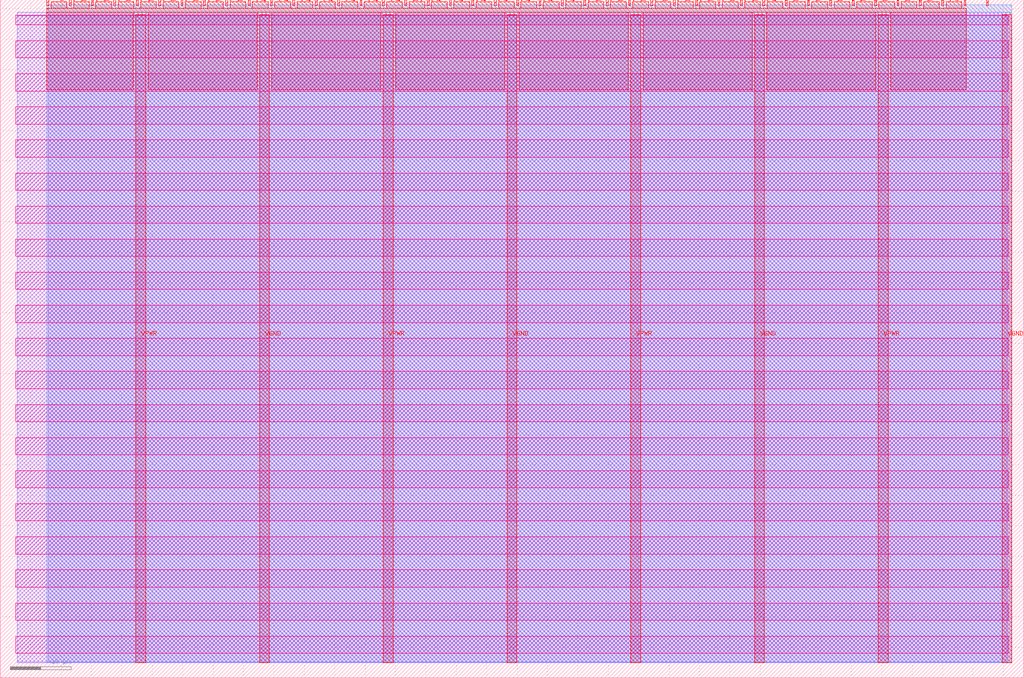
<source format=lef>
VERSION 5.7 ;
  NOWIREEXTENSIONATPIN ON ;
  DIVIDERCHAR "/" ;
  BUSBITCHARS "[]" ;
MACRO tt_um_fm_transmitter
  CLASS BLOCK ;
  FOREIGN tt_um_fm_transmitter ;
  ORIGIN 0.000 0.000 ;
  SIZE 168.360 BY 111.520 ;
  PIN VGND
    DIRECTION INOUT ;
    USE GROUND ;
    PORT
      LAYER met4 ;
        RECT 42.670 2.480 44.270 109.040 ;
    END
    PORT
      LAYER met4 ;
        RECT 83.380 2.480 84.980 109.040 ;
    END
    PORT
      LAYER met4 ;
        RECT 124.090 2.480 125.690 109.040 ;
    END
    PORT
      LAYER met4 ;
        RECT 164.800 2.480 166.400 109.040 ;
    END
  END VGND
  PIN VPWR
    DIRECTION INOUT ;
    USE POWER ;
    PORT
      LAYER met4 ;
        RECT 22.315 2.480 23.915 109.040 ;
    END
    PORT
      LAYER met4 ;
        RECT 63.025 2.480 64.625 109.040 ;
    END
    PORT
      LAYER met4 ;
        RECT 103.735 2.480 105.335 109.040 ;
    END
    PORT
      LAYER met4 ;
        RECT 144.445 2.480 146.045 109.040 ;
    END
  END VPWR
  PIN clk
    DIRECTION INPUT ;
    USE SIGNAL ;
    ANTENNAGATEAREA 0.852000 ;
    PORT
      LAYER met4 ;
        RECT 158.550 110.520 158.850 111.520 ;
    END
  END clk
  PIN ena
    DIRECTION INPUT ;
    USE SIGNAL ;
    PORT
      LAYER met4 ;
        RECT 162.230 110.520 162.530 111.520 ;
    END
  END ena
  PIN rst_n
    DIRECTION INPUT ;
    USE SIGNAL ;
    PORT
      LAYER met4 ;
        RECT 154.870 110.520 155.170 111.520 ;
    END
  END rst_n
  PIN ui_in[0]
    DIRECTION INPUT ;
    USE SIGNAL ;
    ANTENNAGATEAREA 0.196500 ;
    PORT
      LAYER met4 ;
        RECT 151.190 110.520 151.490 111.520 ;
    END
  END ui_in[0]
  PIN ui_in[1]
    DIRECTION INPUT ;
    USE SIGNAL ;
    ANTENNAGATEAREA 0.196500 ;
    PORT
      LAYER met4 ;
        RECT 147.510 110.520 147.810 111.520 ;
    END
  END ui_in[1]
  PIN ui_in[2]
    DIRECTION INPUT ;
    USE SIGNAL ;
    ANTENNAGATEAREA 0.196500 ;
    PORT
      LAYER met4 ;
        RECT 143.830 110.520 144.130 111.520 ;
    END
  END ui_in[2]
  PIN ui_in[3]
    DIRECTION INPUT ;
    USE SIGNAL ;
    ANTENNAGATEAREA 0.213000 ;
    PORT
      LAYER met4 ;
        RECT 140.150 110.520 140.450 111.520 ;
    END
  END ui_in[3]
  PIN ui_in[4]
    DIRECTION INPUT ;
    USE SIGNAL ;
    PORT
      LAYER met4 ;
        RECT 136.470 110.520 136.770 111.520 ;
    END
  END ui_in[4]
  PIN ui_in[5]
    DIRECTION INPUT ;
    USE SIGNAL ;
    PORT
      LAYER met4 ;
        RECT 132.790 110.520 133.090 111.520 ;
    END
  END ui_in[5]
  PIN ui_in[6]
    DIRECTION INPUT ;
    USE SIGNAL ;
    PORT
      LAYER met4 ;
        RECT 129.110 110.520 129.410 111.520 ;
    END
  END ui_in[6]
  PIN ui_in[7]
    DIRECTION INPUT ;
    USE SIGNAL ;
    PORT
      LAYER met4 ;
        RECT 125.430 110.520 125.730 111.520 ;
    END
  END ui_in[7]
  PIN uio_in[0]
    DIRECTION INPUT ;
    USE SIGNAL ;
    ANTENNAGATEAREA 0.196500 ;
    PORT
      LAYER met4 ;
        RECT 121.750 110.520 122.050 111.520 ;
    END
  END uio_in[0]
  PIN uio_in[1]
    DIRECTION INPUT ;
    USE SIGNAL ;
    ANTENNAGATEAREA 0.196500 ;
    PORT
      LAYER met4 ;
        RECT 118.070 110.520 118.370 111.520 ;
    END
  END uio_in[1]
  PIN uio_in[2]
    DIRECTION INPUT ;
    USE SIGNAL ;
    ANTENNAGATEAREA 0.196500 ;
    PORT
      LAYER met4 ;
        RECT 114.390 110.520 114.690 111.520 ;
    END
  END uio_in[2]
  PIN uio_in[3]
    DIRECTION INPUT ;
    USE SIGNAL ;
    ANTENNAGATEAREA 0.196500 ;
    PORT
      LAYER met4 ;
        RECT 110.710 110.520 111.010 111.520 ;
    END
  END uio_in[3]
  PIN uio_in[4]
    DIRECTION INPUT ;
    USE SIGNAL ;
    ANTENNAGATEAREA 0.196500 ;
    PORT
      LAYER met4 ;
        RECT 107.030 110.520 107.330 111.520 ;
    END
  END uio_in[4]
  PIN uio_in[5]
    DIRECTION INPUT ;
    USE SIGNAL ;
    ANTENNAGATEAREA 0.196500 ;
    PORT
      LAYER met4 ;
        RECT 103.350 110.520 103.650 111.520 ;
    END
  END uio_in[5]
  PIN uio_in[6]
    DIRECTION INPUT ;
    USE SIGNAL ;
    ANTENNAGATEAREA 0.196500 ;
    PORT
      LAYER met4 ;
        RECT 99.670 110.520 99.970 111.520 ;
    END
  END uio_in[6]
  PIN uio_in[7]
    DIRECTION INPUT ;
    USE SIGNAL ;
    ANTENNAGATEAREA 0.196500 ;
    PORT
      LAYER met4 ;
        RECT 95.990 110.520 96.290 111.520 ;
    END
  END uio_in[7]
  PIN uio_oe[0]
    DIRECTION OUTPUT TRISTATE ;
    USE SIGNAL ;
    PORT
      LAYER met4 ;
        RECT 33.430 110.520 33.730 111.520 ;
    END
  END uio_oe[0]
  PIN uio_oe[1]
    DIRECTION OUTPUT TRISTATE ;
    USE SIGNAL ;
    PORT
      LAYER met4 ;
        RECT 29.750 110.520 30.050 111.520 ;
    END
  END uio_oe[1]
  PIN uio_oe[2]
    DIRECTION OUTPUT TRISTATE ;
    USE SIGNAL ;
    PORT
      LAYER met4 ;
        RECT 26.070 110.520 26.370 111.520 ;
    END
  END uio_oe[2]
  PIN uio_oe[3]
    DIRECTION OUTPUT TRISTATE ;
    USE SIGNAL ;
    PORT
      LAYER met4 ;
        RECT 22.390 110.520 22.690 111.520 ;
    END
  END uio_oe[3]
  PIN uio_oe[4]
    DIRECTION OUTPUT TRISTATE ;
    USE SIGNAL ;
    PORT
      LAYER met4 ;
        RECT 18.710 110.520 19.010 111.520 ;
    END
  END uio_oe[4]
  PIN uio_oe[5]
    DIRECTION OUTPUT TRISTATE ;
    USE SIGNAL ;
    PORT
      LAYER met4 ;
        RECT 15.030 110.520 15.330 111.520 ;
    END
  END uio_oe[5]
  PIN uio_oe[6]
    DIRECTION OUTPUT TRISTATE ;
    USE SIGNAL ;
    PORT
      LAYER met4 ;
        RECT 11.350 110.520 11.650 111.520 ;
    END
  END uio_oe[6]
  PIN uio_oe[7]
    DIRECTION OUTPUT TRISTATE ;
    USE SIGNAL ;
    PORT
      LAYER met4 ;
        RECT 7.670 110.520 7.970 111.520 ;
    END
  END uio_oe[7]
  PIN uio_out[0]
    DIRECTION OUTPUT TRISTATE ;
    USE SIGNAL ;
    PORT
      LAYER met4 ;
        RECT 62.870 110.520 63.170 111.520 ;
    END
  END uio_out[0]
  PIN uio_out[1]
    DIRECTION OUTPUT TRISTATE ;
    USE SIGNAL ;
    PORT
      LAYER met4 ;
        RECT 59.190 110.520 59.490 111.520 ;
    END
  END uio_out[1]
  PIN uio_out[2]
    DIRECTION OUTPUT TRISTATE ;
    USE SIGNAL ;
    PORT
      LAYER met4 ;
        RECT 55.510 110.520 55.810 111.520 ;
    END
  END uio_out[2]
  PIN uio_out[3]
    DIRECTION OUTPUT TRISTATE ;
    USE SIGNAL ;
    PORT
      LAYER met4 ;
        RECT 51.830 110.520 52.130 111.520 ;
    END
  END uio_out[3]
  PIN uio_out[4]
    DIRECTION OUTPUT TRISTATE ;
    USE SIGNAL ;
    PORT
      LAYER met4 ;
        RECT 48.150 110.520 48.450 111.520 ;
    END
  END uio_out[4]
  PIN uio_out[5]
    DIRECTION OUTPUT TRISTATE ;
    USE SIGNAL ;
    PORT
      LAYER met4 ;
        RECT 44.470 110.520 44.770 111.520 ;
    END
  END uio_out[5]
  PIN uio_out[6]
    DIRECTION OUTPUT TRISTATE ;
    USE SIGNAL ;
    PORT
      LAYER met4 ;
        RECT 40.790 110.520 41.090 111.520 ;
    END
  END uio_out[6]
  PIN uio_out[7]
    DIRECTION OUTPUT TRISTATE ;
    USE SIGNAL ;
    PORT
      LAYER met4 ;
        RECT 37.110 110.520 37.410 111.520 ;
    END
  END uio_out[7]
  PIN uo_out[0]
    DIRECTION OUTPUT TRISTATE ;
    USE SIGNAL ;
    ANTENNADIFFAREA 0.795200 ;
    PORT
      LAYER met4 ;
        RECT 92.310 110.520 92.610 111.520 ;
    END
  END uo_out[0]
  PIN uo_out[1]
    DIRECTION OUTPUT TRISTATE ;
    USE SIGNAL ;
    ANTENNADIFFAREA 0.795200 ;
    PORT
      LAYER met4 ;
        RECT 88.630 110.520 88.930 111.520 ;
    END
  END uo_out[1]
  PIN uo_out[2]
    DIRECTION OUTPUT TRISTATE ;
    USE SIGNAL ;
    ANTENNADIFFAREA 0.795200 ;
    PORT
      LAYER met4 ;
        RECT 84.950 110.520 85.250 111.520 ;
    END
  END uo_out[2]
  PIN uo_out[3]
    DIRECTION OUTPUT TRISTATE ;
    USE SIGNAL ;
    ANTENNADIFFAREA 0.795200 ;
    PORT
      LAYER met4 ;
        RECT 81.270 110.520 81.570 111.520 ;
    END
  END uo_out[3]
  PIN uo_out[4]
    DIRECTION OUTPUT TRISTATE ;
    USE SIGNAL ;
    ANTENNADIFFAREA 0.795200 ;
    PORT
      LAYER met4 ;
        RECT 77.590 110.520 77.890 111.520 ;
    END
  END uo_out[4]
  PIN uo_out[5]
    DIRECTION OUTPUT TRISTATE ;
    USE SIGNAL ;
    ANTENNADIFFAREA 0.795200 ;
    PORT
      LAYER met4 ;
        RECT 73.910 110.520 74.210 111.520 ;
    END
  END uo_out[5]
  PIN uo_out[6]
    DIRECTION OUTPUT TRISTATE ;
    USE SIGNAL ;
    ANTENNADIFFAREA 0.795200 ;
    PORT
      LAYER met4 ;
        RECT 70.230 110.520 70.530 111.520 ;
    END
  END uo_out[6]
  PIN uo_out[7]
    DIRECTION OUTPUT TRISTATE ;
    USE SIGNAL ;
    ANTENNADIFFAREA 0.445500 ;
    PORT
      LAYER met4 ;
        RECT 66.550 110.520 66.850 111.520 ;
    END
  END uo_out[7]
  OBS
      LAYER nwell ;
        RECT 2.570 107.385 165.790 108.990 ;
        RECT 2.570 101.945 165.790 104.775 ;
        RECT 2.570 96.505 165.790 99.335 ;
        RECT 2.570 91.065 165.790 93.895 ;
        RECT 2.570 85.625 165.790 88.455 ;
        RECT 2.570 80.185 165.790 83.015 ;
        RECT 2.570 74.745 165.790 77.575 ;
        RECT 2.570 69.305 165.790 72.135 ;
        RECT 2.570 63.865 165.790 66.695 ;
        RECT 2.570 58.425 165.790 61.255 ;
        RECT 2.570 52.985 165.790 55.815 ;
        RECT 2.570 47.545 165.790 50.375 ;
        RECT 2.570 42.105 165.790 44.935 ;
        RECT 2.570 36.665 165.790 39.495 ;
        RECT 2.570 31.225 165.790 34.055 ;
        RECT 2.570 25.785 165.790 28.615 ;
        RECT 2.570 20.345 165.790 23.175 ;
        RECT 2.570 14.905 165.790 17.735 ;
        RECT 2.570 9.465 165.790 12.295 ;
        RECT 2.570 4.025 165.790 6.855 ;
      LAYER li1 ;
        RECT 2.760 2.635 165.600 108.885 ;
      LAYER met1 ;
        RECT 2.760 2.480 166.400 109.440 ;
      LAYER met2 ;
        RECT 7.910 2.535 166.370 110.685 ;
      LAYER met3 ;
        RECT 7.630 2.555 166.390 110.665 ;
      LAYER met4 ;
        RECT 8.370 110.120 10.950 111.170 ;
        RECT 12.050 110.120 14.630 111.170 ;
        RECT 15.730 110.120 18.310 111.170 ;
        RECT 19.410 110.120 21.990 111.170 ;
        RECT 23.090 110.120 25.670 111.170 ;
        RECT 26.770 110.120 29.350 111.170 ;
        RECT 30.450 110.120 33.030 111.170 ;
        RECT 34.130 110.120 36.710 111.170 ;
        RECT 37.810 110.120 40.390 111.170 ;
        RECT 41.490 110.120 44.070 111.170 ;
        RECT 45.170 110.120 47.750 111.170 ;
        RECT 48.850 110.120 51.430 111.170 ;
        RECT 52.530 110.120 55.110 111.170 ;
        RECT 56.210 110.120 58.790 111.170 ;
        RECT 59.890 110.120 62.470 111.170 ;
        RECT 63.570 110.120 66.150 111.170 ;
        RECT 67.250 110.120 69.830 111.170 ;
        RECT 70.930 110.120 73.510 111.170 ;
        RECT 74.610 110.120 77.190 111.170 ;
        RECT 78.290 110.120 80.870 111.170 ;
        RECT 81.970 110.120 84.550 111.170 ;
        RECT 85.650 110.120 88.230 111.170 ;
        RECT 89.330 110.120 91.910 111.170 ;
        RECT 93.010 110.120 95.590 111.170 ;
        RECT 96.690 110.120 99.270 111.170 ;
        RECT 100.370 110.120 102.950 111.170 ;
        RECT 104.050 110.120 106.630 111.170 ;
        RECT 107.730 110.120 110.310 111.170 ;
        RECT 111.410 110.120 113.990 111.170 ;
        RECT 115.090 110.120 117.670 111.170 ;
        RECT 118.770 110.120 121.350 111.170 ;
        RECT 122.450 110.120 125.030 111.170 ;
        RECT 126.130 110.120 128.710 111.170 ;
        RECT 129.810 110.120 132.390 111.170 ;
        RECT 133.490 110.120 136.070 111.170 ;
        RECT 137.170 110.120 139.750 111.170 ;
        RECT 140.850 110.120 143.430 111.170 ;
        RECT 144.530 110.120 147.110 111.170 ;
        RECT 148.210 110.120 150.790 111.170 ;
        RECT 151.890 110.120 154.470 111.170 ;
        RECT 155.570 110.120 158.150 111.170 ;
        RECT 7.655 109.440 158.865 110.120 ;
        RECT 7.655 96.735 21.915 109.440 ;
        RECT 24.315 96.735 42.270 109.440 ;
        RECT 44.670 96.735 62.625 109.440 ;
        RECT 65.025 96.735 82.980 109.440 ;
        RECT 85.380 96.735 103.335 109.440 ;
        RECT 105.735 96.735 123.690 109.440 ;
        RECT 126.090 96.735 144.045 109.440 ;
        RECT 146.445 96.735 158.865 109.440 ;
  END
END tt_um_fm_transmitter
END LIBRARY


</source>
